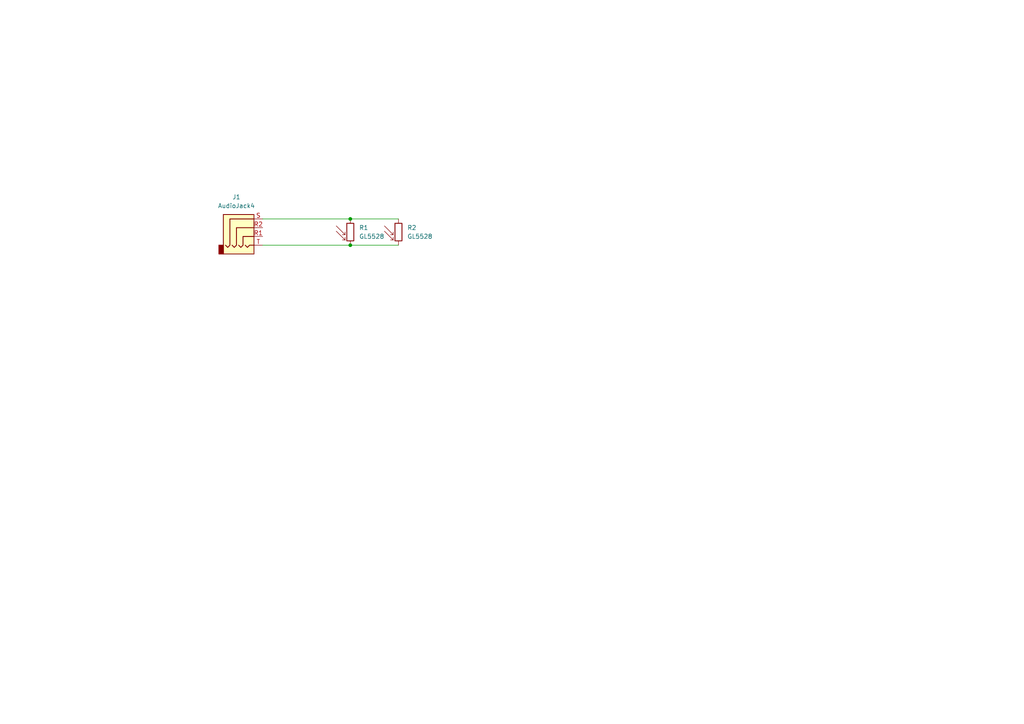
<source format=kicad_sch>
(kicad_sch (version 20231120) (generator "eeschema") (generator_version "8.0")
  (paper "A4")
  (lib_symbols
    (symbol "Connector_Audio:AudioJack4"
      (property "Reference" "J" (at 0 8.89 0))
      (property "Value" "AudioJack4" (at 0 6.35 0))
      (symbol "AudioJack4_0_1"
        (rectangle (start -6.35 -5.08) (end -7.62 -7.62) (stroke (width 0.254)) (fill (type outline)))
        (polyline (pts (xy 0 -5.08) (xy 0.635 -5.715) (xy 1.27 -5.08) (xy 2.54 -5.08)) (stroke (width 0.254)))
        (polyline (pts (xy -5.715 -5.08) (xy -5.08 -5.715) (xy -4.445 -5.08) (xy -4.445 2.54) (xy 2.54 2.54)) (stroke (width 0.254)))
        (polyline (pts (xy -1.905 -5.08) (xy -1.27 -5.715) (xy -0.635 -5.08) (xy -0.635 -2.54) (xy 2.54 -2.54)) (stroke (width 0.254)))
        (polyline (pts (xy 2.54 0) (xy -2.54 0) (xy -2.54 -5.08) (xy -3.175 -5.715) (xy -3.81 -5.08)) (stroke (width 0.254)))
        (rectangle (start 2.54 3.81) (end -6.35 -7.62) (stroke (width 0.254)) (fill (type background)))
      )
      (symbol "AudioJack4_1_1"
        (pin passive line (at 5.08 -2.54 180) (length 2.54) (name "~") (number "R1"))
        (pin passive line (at 5.08 0 180) (length 2.54) (name "~") (number "R2"))
        (pin passive line (at 5.08 2.54 180) (length 2.54) (name "~") (number "S"))
        (pin passive line (at 5.08 -5.08 180) (length 2.54) (name "~") (number "T"))
      )
    )
    (symbol "Device:R_Photo" (pin_numbers hide) (pin_names (offset 0))
      (property "Reference" "R" (at 1.27 1.27 0))
      (property "Value" "R_Photo" (at 1.27 0 0))
      (symbol "R_Photo_0_1"
        (rectangle (start -1.016 2.54) (end 1.016 -2.54) (stroke (width 0.254)))
        (polyline (pts (xy -1.524 -2.286) (xy -4.064 0.254)))
        (polyline (pts (xy -1.524 -2.286) (xy -2.286 -2.286)))
        (polyline (pts (xy -1.524 -2.286) (xy -1.524 -1.524)))
        (polyline (pts (xy -1.524 -0.762) (xy -4.064 1.778)))
        (polyline (pts (xy -1.524 -0.762) (xy -2.286 -0.762)))
        (polyline (pts (xy -1.524 -0.762) (xy -1.524 0)))
      )
      (symbol "R_Photo_1_1"
        (pin passive line (at 0 3.81 270) (length 1.27) (name "~") (number "1"))
        (pin passive line (at 0 -3.81 90) (length 1.27) (name "~") (number "2"))
      )
    )
  )
  (junction (at 101.6 63.5))
  (junction (at 101.6 71.12))
  (wire (pts (xy 76.2 71.12) (xy 101.6 71.12)))
  (wire (pts (xy 101.6 63.5) (xy 115.57 63.5)))
  (wire (pts (xy 76.2 63.5) (xy 101.6 63.5)))
  (wire (pts (xy 101.6 71.12) (xy 115.57 71.12)))
  (symbol (lib_id "Device:R_Photo") (at 101.6 67.31 0) (unit 1)
    (property "Reference" "R1" (at 104.14 66.0399 0) (effects (justify left)))
    (property "Value" "GL5528" (at 104.14 68.5799 0) (effects (justify left)))
    (property "Footprint" "OptoDevice:R_LDR_5.1x4.3mm_P3.4mm_Vertical" (effects (hide yes)))
    (property "Description" "Photoresistor" (effects (hide yes)))
    (property "LCSC" "C125627" (effects (hide yes)))
  )
  (symbol (lib_id "Device:R_Photo") (at 115.57 67.31 0) (unit 1)
    (property "Reference" "R2" (at 118.11 66.0399 0) (effects (justify left)))
    (property "Value" "GL5528" (at 118.11 68.5799 0) (effects (justify left)))
    (property "Footprint" "OptoDevice:R_LDR_5.1x4.3mm_P3.4mm_Vertical" (effects (hide yes)))
    (property "Description" "Photoresistor" (effects (hide yes)))
    (property "LCSC" "C125627" (effects (hide yes)))
  )
  (symbol (lib_id "Connector_Audio:AudioJack4") (at 71.12 66.04 0) (unit 1)
    (property "Reference" "J1" (at 68.58 57.15 0))
    (property "Value" "AudioJack4" (at 68.58 59.69 0))
    (property "Footprint" "Connector_Audio:Jack_3.5mm_PJ320D_Horizontal" (effects (hide yes)))
    (property "Description" "Audio Jack, 4 Poles (TRRS)" (effects (hide yes)))
    (property "LCSC" "C431535" (effects (hide yes)))
  )
)
</source>
